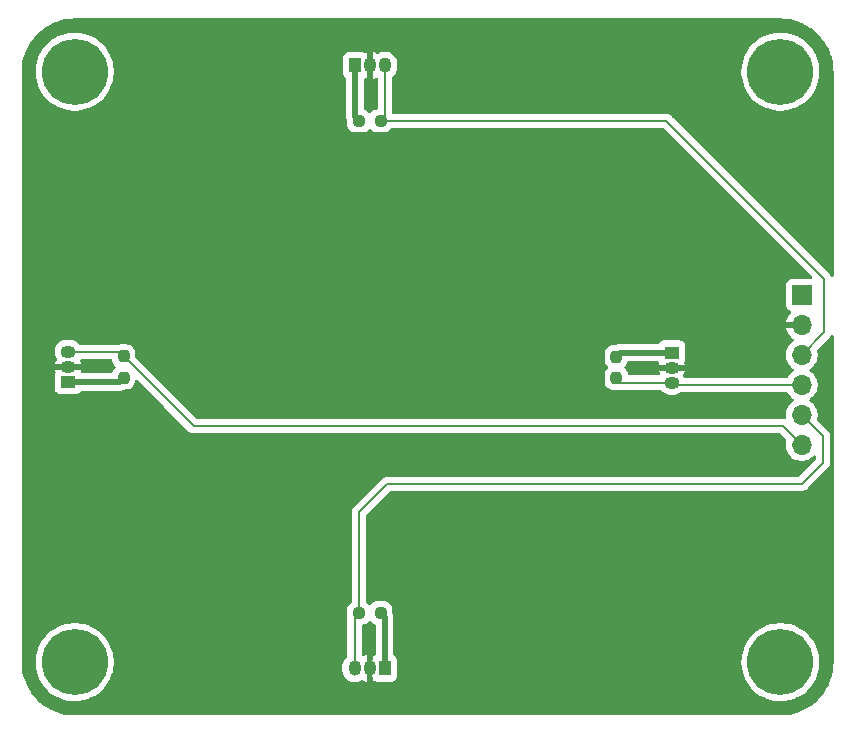
<source format=gbr>
%TF.GenerationSoftware,KiCad,Pcbnew,9.0.0*%
%TF.CreationDate,2025-06-04T23:47:33+02:00*%
%TF.ProjectId,uv_controler,75765f63-6f6e-4747-926f-6c65722e6b69,rev?*%
%TF.SameCoordinates,Original*%
%TF.FileFunction,Copper,L1,Top*%
%TF.FilePolarity,Positive*%
%FSLAX46Y46*%
G04 Gerber Fmt 4.6, Leading zero omitted, Abs format (unit mm)*
G04 Created by KiCad (PCBNEW 9.0.0) date 2025-06-04 23:47:33*
%MOMM*%
%LPD*%
G01*
G04 APERTURE LIST*
G04 Aperture macros list*
%AMRoundRect*
0 Rectangle with rounded corners*
0 $1 Rounding radius*
0 $2 $3 $4 $5 $6 $7 $8 $9 X,Y pos of 4 corners*
0 Add a 4 corners polygon primitive as box body*
4,1,4,$2,$3,$4,$5,$6,$7,$8,$9,$2,$3,0*
0 Add four circle primitives for the rounded corners*
1,1,$1+$1,$2,$3*
1,1,$1+$1,$4,$5*
1,1,$1+$1,$6,$7*
1,1,$1+$1,$8,$9*
0 Add four rect primitives between the rounded corners*
20,1,$1+$1,$2,$3,$4,$5,0*
20,1,$1+$1,$4,$5,$6,$7,0*
20,1,$1+$1,$6,$7,$8,$9,0*
20,1,$1+$1,$8,$9,$2,$3,0*%
G04 Aperture macros list end*
%TA.AperFunction,ComponentPad*%
%ADD10R,1.050000X1.300000*%
%TD*%
%TA.AperFunction,ComponentPad*%
%ADD11O,1.050000X1.300000*%
%TD*%
%TA.AperFunction,ComponentPad*%
%ADD12R,1.300000X1.050000*%
%TD*%
%TA.AperFunction,ComponentPad*%
%ADD13O,1.300000X1.050000*%
%TD*%
%TA.AperFunction,SMDPad,CuDef*%
%ADD14RoundRect,0.237500X-0.237500X0.250000X-0.237500X-0.250000X0.237500X-0.250000X0.237500X0.250000X0*%
%TD*%
%TA.AperFunction,ComponentPad*%
%ADD15R,1.700000X1.700000*%
%TD*%
%TA.AperFunction,ComponentPad*%
%ADD16O,1.700000X1.700000*%
%TD*%
%TA.AperFunction,ComponentPad*%
%ADD17C,5.600000*%
%TD*%
%TA.AperFunction,SMDPad,CuDef*%
%ADD18RoundRect,0.237500X0.237500X-0.250000X0.237500X0.250000X-0.237500X0.250000X-0.237500X-0.250000X0*%
%TD*%
%TA.AperFunction,SMDPad,CuDef*%
%ADD19RoundRect,0.237500X0.250000X0.237500X-0.250000X0.237500X-0.250000X-0.237500X0.250000X-0.237500X0*%
%TD*%
%TA.AperFunction,SMDPad,CuDef*%
%ADD20RoundRect,0.237500X-0.250000X-0.237500X0.250000X-0.237500X0.250000X0.237500X-0.250000X0.237500X0*%
%TD*%
%TA.AperFunction,Conductor*%
%ADD21C,0.200000*%
%TD*%
%TA.AperFunction,Conductor*%
%ADD22C,0.500000*%
%TD*%
G04 APERTURE END LIST*
D10*
%TO.P,U10,1,SUPPLY*%
%TO.N,+5VD*%
X54470534Y-61475000D03*
D11*
%TO.P,U10,2,GND*%
%TO.N,GND2*%
X55740534Y-61475000D03*
%TO.P,U10,3,OUTPUT*%
%TO.N,/JOY_FORWARD_D*%
X57010534Y-61475000D03*
%TD*%
D12*
%TO.P,U9,1,SUPPLY*%
%TO.N,+5VD*%
X81285534Y-85787500D03*
D13*
%TO.P,U9,2,GND*%
%TO.N,GND2*%
X81285534Y-87057500D03*
%TO.P,U9,3,OUTPUT*%
%TO.N,/JOY_RIGHT_D*%
X81285534Y-88327500D03*
%TD*%
D14*
%TO.P,R8,1*%
%TO.N,+5VD*%
X76585534Y-86125000D03*
%TO.P,R8,2*%
%TO.N,/JOY_RIGHT_D*%
X76585534Y-87950000D03*
%TD*%
D15*
%TO.P,J4,1,Pin_1*%
%TO.N,+5VD*%
X92300000Y-80900000D03*
D16*
%TO.P,J4,2,Pin_2*%
%TO.N,GND2*%
X92300000Y-83440000D03*
%TO.P,J4,3,Pin_3*%
%TO.N,/JOY_FORWARD_D*%
X92300000Y-85980000D03*
%TO.P,J4,4,Pin_4*%
%TO.N,/JOY_RIGHT_D*%
X92300000Y-88520000D03*
%TO.P,J4,5,Pin_5*%
%TO.N,/JOY_BACKWARD_D*%
X92300000Y-91060000D03*
%TO.P,J4,6,Pin_6*%
%TO.N,/JOY_LEFT_D*%
X92300000Y-93600000D03*
%TD*%
D17*
%TO.P,REF\u002A\u002A,1*%
%TO.N,N/C*%
X30735534Y-112000000D03*
%TD*%
D10*
%TO.P,U11,1,SUPPLY*%
%TO.N,+5VD*%
X56973034Y-112525000D03*
D11*
%TO.P,U11,2,GND*%
%TO.N,GND2*%
X55703034Y-112525000D03*
%TO.P,U11,3,OUTPUT*%
%TO.N,/JOY_BACKWARD_D*%
X54433034Y-112525000D03*
%TD*%
D18*
%TO.P,R11,1*%
%TO.N,+5VD*%
X34885534Y-87912500D03*
%TO.P,R11,2*%
%TO.N,/JOY_LEFT_D*%
X34885534Y-86087500D03*
%TD*%
D17*
%TO.P,REF\u002A\u002A,1*%
%TO.N,N/C*%
X90485534Y-112000000D03*
%TD*%
%TO.P,REF\u002A\u002A,1*%
%TO.N,N/C*%
X30735534Y-62000000D03*
%TD*%
D19*
%TO.P,R10,1*%
%TO.N,+5VD*%
X56635534Y-107825000D03*
%TO.P,R10,2*%
%TO.N,/JOY_BACKWARD_D*%
X54810534Y-107825000D03*
%TD*%
D12*
%TO.P,U12,1,SUPPLY*%
%TO.N,+5VD*%
X30185534Y-88250000D03*
D13*
%TO.P,U12,2,GND*%
%TO.N,GND2*%
X30185534Y-86980000D03*
%TO.P,U12,3,OUTPUT*%
%TO.N,/JOY_LEFT_D*%
X30185534Y-85710000D03*
%TD*%
D20*
%TO.P,R9,1*%
%TO.N,+5VD*%
X54808034Y-66175000D03*
%TO.P,R9,2*%
%TO.N,/JOY_FORWARD_D*%
X56633034Y-66175000D03*
%TD*%
D17*
%TO.P,REF\u002A\u002A,1*%
%TO.N,N/C*%
X90485534Y-62000000D03*
%TD*%
D21*
%TO.N,/JOY_BACKWARD_D*%
X54433034Y-112525000D02*
X54433034Y-108202500D01*
%TO.N,/JOY_RIGHT_D*%
X92300000Y-88520000D02*
X81478034Y-88520000D01*
%TO.N,/JOY_BACKWARD_D*%
X92300000Y-96900000D02*
X94100000Y-95100000D01*
%TO.N,/JOY_LEFT_D*%
X90700000Y-92000000D02*
X92300000Y-93600000D01*
%TO.N,/JOY_BACKWARD_D*%
X94100000Y-92860000D02*
X92300000Y-91060000D01*
%TO.N,/JOY_LEFT_D*%
X40798034Y-92000000D02*
X90700000Y-92000000D01*
X34885534Y-86087500D02*
X40798034Y-92000000D01*
X30185534Y-85710000D02*
X34508034Y-85710000D01*
X34508034Y-85710000D02*
X34885534Y-86087500D01*
%TO.N,/JOY_BACKWARD_D*%
X57200000Y-96900000D02*
X92300000Y-96900000D01*
%TO.N,/JOY_RIGHT_D*%
X81478034Y-88520000D02*
X81285534Y-88327500D01*
D22*
%TO.N,+5VD*%
X54470534Y-61475000D02*
X54470534Y-65837500D01*
D21*
%TO.N,/JOY_BACKWARD_D*%
X54433034Y-108202500D02*
X54810534Y-107825000D01*
%TO.N,/JOY_RIGHT_D*%
X76963034Y-88327500D02*
X76585534Y-87950000D01*
D22*
%TO.N,+5VD*%
X81285534Y-85787500D02*
X76923034Y-85787500D01*
X56635534Y-107825000D02*
X56973034Y-108162500D01*
X56973034Y-108162500D02*
X56973034Y-112525000D01*
X30185534Y-88250000D02*
X34548034Y-88250000D01*
X76923034Y-85787500D02*
X76585534Y-86125000D01*
D21*
%TO.N,/JOY_FORWARD_D*%
X57010534Y-61475000D02*
X57010534Y-65797500D01*
X94200000Y-79562466D02*
X94200000Y-84080000D01*
X94200000Y-84080000D02*
X92300000Y-85980000D01*
%TO.N,/JOY_RIGHT_D*%
X81285534Y-88327500D02*
X76963034Y-88327500D01*
%TO.N,/JOY_BACKWARD_D*%
X54810534Y-99289466D02*
X57200000Y-96900000D01*
D22*
%TO.N,+5VD*%
X54470534Y-65837500D02*
X54808034Y-66175000D01*
D21*
%TO.N,/JOY_FORWARD_D*%
X80812534Y-66175000D02*
X94200000Y-79562466D01*
X56633034Y-66175000D02*
X80812534Y-66175000D01*
D22*
%TO.N,+5VD*%
X34548034Y-88250000D02*
X34885534Y-87912500D01*
D21*
%TO.N,/JOY_BACKWARD_D*%
X94100000Y-95100000D02*
X94100000Y-92860000D01*
X54810534Y-107825000D02*
X54810534Y-99289466D01*
%TO.N,/JOY_FORWARD_D*%
X57010534Y-65797500D02*
X56633034Y-66175000D01*
%TD*%
%TA.AperFunction,Conductor*%
%TO.N,GND2*%
G36*
X90488233Y-57500618D02*
G01*
X90872295Y-57517388D01*
X90883037Y-57518328D01*
X91261497Y-57568156D01*
X91272124Y-57570029D01*
X91644802Y-57652652D01*
X91655240Y-57655449D01*
X92019288Y-57770235D01*
X92029438Y-57773930D01*
X92305332Y-57888211D01*
X92382091Y-57920006D01*
X92391895Y-57924578D01*
X92730474Y-58100833D01*
X92739815Y-58106226D01*
X93024808Y-58287788D01*
X93061751Y-58311324D01*
X93070608Y-58317525D01*
X93373431Y-58549891D01*
X93373442Y-58549899D01*
X93381729Y-58556853D01*
X93663146Y-58814726D01*
X93670795Y-58822375D01*
X93928671Y-59103800D01*
X93935624Y-59112087D01*
X94167982Y-59414904D01*
X94174187Y-59423765D01*
X94379280Y-59745698D01*
X94384688Y-59755066D01*
X94560933Y-60093631D01*
X94565502Y-60103428D01*
X94680560Y-60381204D01*
X94711576Y-60456082D01*
X94715275Y-60466245D01*
X94813296Y-60777128D01*
X94830057Y-60830285D01*
X94832857Y-60840735D01*
X94915472Y-61213391D01*
X94917350Y-61224044D01*
X94967171Y-61602474D01*
X94968114Y-61613249D01*
X94980595Y-61899119D01*
X94984916Y-61998067D01*
X94985034Y-62003476D01*
X94985034Y-79258410D01*
X94984173Y-79261339D01*
X94984894Y-79264308D01*
X94974390Y-79294657D01*
X94965349Y-79325449D01*
X94963042Y-79327447D01*
X94962043Y-79330335D01*
X94936797Y-79350188D01*
X94912545Y-79371204D01*
X94909523Y-79371638D01*
X94907122Y-79373527D01*
X94875155Y-79376580D01*
X94843387Y-79381148D01*
X94840609Y-79379879D01*
X94837569Y-79380170D01*
X94809029Y-79365457D01*
X94779831Y-79352123D01*
X94777361Y-79349132D01*
X94775466Y-79348155D01*
X94753648Y-79320412D01*
X94730639Y-79280561D01*
X94730637Y-79280558D01*
X94680520Y-79193750D01*
X94568716Y-79081946D01*
X94568715Y-79081945D01*
X94564385Y-79077615D01*
X94564374Y-79077605D01*
X81300124Y-65813355D01*
X81300122Y-65813352D01*
X81181251Y-65694481D01*
X81181250Y-65694480D01*
X81094438Y-65644360D01*
X81094438Y-65644359D01*
X81094434Y-65644358D01*
X81044319Y-65615423D01*
X80891591Y-65574499D01*
X80733477Y-65574499D01*
X80725881Y-65574499D01*
X80725865Y-65574500D01*
X57735034Y-65574500D01*
X57667995Y-65554815D01*
X57622240Y-65502011D01*
X57611034Y-65450500D01*
X57611034Y-62498397D01*
X57630719Y-62431358D01*
X57660249Y-62401295D01*
X57659537Y-62400428D01*
X57664246Y-62396562D01*
X57664245Y-62396562D01*
X57664252Y-62396558D01*
X57807092Y-62253718D01*
X57919320Y-62085756D01*
X57996625Y-61899127D01*
X58008813Y-61837857D01*
X87185034Y-61837857D01*
X87185034Y-62162143D01*
X87191962Y-62232483D01*
X87216818Y-62484857D01*
X87216821Y-62484874D01*
X87280079Y-62802902D01*
X87280082Y-62802913D01*
X87374220Y-63113247D01*
X87498320Y-63412849D01*
X87498322Y-63412854D01*
X87651180Y-63698830D01*
X87651191Y-63698848D01*
X87831345Y-63968467D01*
X87831355Y-63968481D01*
X88037080Y-64219158D01*
X88266375Y-64448453D01*
X88266380Y-64448457D01*
X88266381Y-64448458D01*
X88517058Y-64654183D01*
X88786692Y-64834347D01*
X88786701Y-64834352D01*
X88786703Y-64834353D01*
X89072679Y-64987211D01*
X89072681Y-64987211D01*
X89072687Y-64987215D01*
X89372288Y-65111314D01*
X89682611Y-65205449D01*
X89682617Y-65205450D01*
X89682620Y-65205451D01*
X89682631Y-65205454D01*
X89867436Y-65242213D01*
X90000666Y-65268714D01*
X90323391Y-65300500D01*
X90323394Y-65300500D01*
X90647674Y-65300500D01*
X90647677Y-65300500D01*
X90970402Y-65268714D01*
X91127829Y-65237399D01*
X91288436Y-65205454D01*
X91288447Y-65205451D01*
X91288447Y-65205450D01*
X91288457Y-65205449D01*
X91598780Y-65111314D01*
X91898381Y-64987215D01*
X92184376Y-64834347D01*
X92454010Y-64654183D01*
X92704687Y-64448458D01*
X92933992Y-64219153D01*
X93139717Y-63968476D01*
X93319881Y-63698842D01*
X93472749Y-63412847D01*
X93596848Y-63113246D01*
X93690983Y-62802923D01*
X93690985Y-62802913D01*
X93690988Y-62802902D01*
X93736305Y-62575073D01*
X93754248Y-62484868D01*
X93786034Y-62162143D01*
X93786034Y-61837857D01*
X93754248Y-61515132D01*
X93715245Y-61319050D01*
X93690988Y-61197097D01*
X93690985Y-61197086D01*
X93690984Y-61197083D01*
X93690983Y-61197077D01*
X93596848Y-60886754D01*
X93472749Y-60587153D01*
X93470353Y-60582671D01*
X93319887Y-60301169D01*
X93319886Y-60301167D01*
X93319881Y-60301158D01*
X93139717Y-60031524D01*
X92933992Y-59780847D01*
X92933991Y-59780846D01*
X92933987Y-59780841D01*
X92704692Y-59551546D01*
X92454015Y-59345821D01*
X92454014Y-59345820D01*
X92454010Y-59345817D01*
X92184376Y-59165653D01*
X92184371Y-59165650D01*
X92184364Y-59165646D01*
X91898388Y-59012788D01*
X91898383Y-59012786D01*
X91598781Y-58888686D01*
X91288447Y-58794548D01*
X91288436Y-58794545D01*
X90970408Y-58731287D01*
X90970391Y-58731284D01*
X90726346Y-58707248D01*
X90647677Y-58699500D01*
X90323391Y-58699500D01*
X90250633Y-58706666D01*
X90000676Y-58731284D01*
X90000659Y-58731287D01*
X89682631Y-58794545D01*
X89682620Y-58794548D01*
X89372286Y-58888686D01*
X89072684Y-59012786D01*
X89072679Y-59012788D01*
X88786703Y-59165646D01*
X88786685Y-59165657D01*
X88517066Y-59345811D01*
X88517052Y-59345821D01*
X88266375Y-59551546D01*
X88037080Y-59780841D01*
X87831355Y-60031518D01*
X87831345Y-60031532D01*
X87651191Y-60301151D01*
X87651180Y-60301169D01*
X87498322Y-60587145D01*
X87498320Y-60587150D01*
X87374220Y-60886752D01*
X87280082Y-61197086D01*
X87280079Y-61197097D01*
X87216821Y-61515125D01*
X87216818Y-61515142D01*
X87198094Y-61705255D01*
X87185034Y-61837857D01*
X58008813Y-61837857D01*
X58010494Y-61829404D01*
X58014230Y-61810622D01*
X58036033Y-61701007D01*
X58036034Y-61701004D01*
X58036034Y-61248996D01*
X58036033Y-61248992D01*
X58028105Y-61209134D01*
X57996625Y-61050873D01*
X57919320Y-60864244D01*
X57919318Y-60864241D01*
X57919316Y-60864237D01*
X57807092Y-60696281D01*
X57664252Y-60553441D01*
X57496296Y-60441217D01*
X57496286Y-60441212D01*
X57309661Y-60363909D01*
X57309653Y-60363907D01*
X57111541Y-60324500D01*
X57111537Y-60324500D01*
X56909531Y-60324500D01*
X56909526Y-60324500D01*
X56711414Y-60363907D01*
X56711406Y-60363909D01*
X56524777Y-60441214D01*
X56443973Y-60495204D01*
X56377295Y-60516081D01*
X56309916Y-60497595D01*
X56306193Y-60495203D01*
X56226060Y-60441659D01*
X56226047Y-60441652D01*
X56039518Y-60364390D01*
X56039511Y-60364388D01*
X55990534Y-60354645D01*
X55990534Y-61194670D01*
X55970789Y-61174925D01*
X55885279Y-61125556D01*
X55789904Y-61100000D01*
X55691164Y-61100000D01*
X55595789Y-61125556D01*
X55510279Y-61174925D01*
X55496033Y-61189170D01*
X55496033Y-60777128D01*
X55491244Y-60732577D01*
X55490534Y-60719324D01*
X55490534Y-60354646D01*
X55490533Y-60354645D01*
X55441556Y-60364388D01*
X55441549Y-60364390D01*
X55361197Y-60397673D01*
X55291727Y-60405142D01*
X55245811Y-60385154D01*
X55245648Y-60385454D01*
X55242300Y-60383626D01*
X55239433Y-60382377D01*
X55237865Y-60381204D01*
X55237864Y-60381203D01*
X55237862Y-60381202D01*
X55103016Y-60330908D01*
X55103017Y-60330908D01*
X55043417Y-60324501D01*
X55043415Y-60324500D01*
X55043407Y-60324500D01*
X55043398Y-60324500D01*
X53897663Y-60324500D01*
X53897657Y-60324501D01*
X53838050Y-60330908D01*
X53703205Y-60381202D01*
X53703198Y-60381206D01*
X53587989Y-60467452D01*
X53587986Y-60467455D01*
X53501740Y-60582664D01*
X53501736Y-60582671D01*
X53451442Y-60717517D01*
X53445035Y-60777116D01*
X53445035Y-60777123D01*
X53445034Y-60777135D01*
X53445034Y-62172870D01*
X53445035Y-62172876D01*
X53451442Y-62232483D01*
X53501736Y-62367328D01*
X53501740Y-62367335D01*
X53587986Y-62482544D01*
X53587987Y-62482545D01*
X53587988Y-62482546D01*
X53670345Y-62544198D01*
X53712216Y-62600131D01*
X53720034Y-62643464D01*
X53720034Y-65911418D01*
X53720034Y-65911420D01*
X53720033Y-65911420D01*
X53748874Y-66056407D01*
X53748876Y-66056413D01*
X53807781Y-66198622D01*
X53806919Y-66198978D01*
X53820034Y-66251339D01*
X53820034Y-66461668D01*
X53820035Y-66461687D01*
X53830359Y-66562752D01*
X53884626Y-66726515D01*
X53884627Y-66726518D01*
X53914840Y-66775500D01*
X53975194Y-66873350D01*
X54097184Y-66995340D01*
X54244018Y-67085908D01*
X54407781Y-67140174D01*
X54508857Y-67150500D01*
X55107210Y-67150499D01*
X55107218Y-67150498D01*
X55107221Y-67150498D01*
X55162564Y-67144844D01*
X55208287Y-67140174D01*
X55372050Y-67085908D01*
X55518884Y-66995340D01*
X55632853Y-66881371D01*
X55694176Y-66847886D01*
X55763868Y-66852870D01*
X55808215Y-66881371D01*
X55922184Y-66995340D01*
X56069018Y-67085908D01*
X56232781Y-67140174D01*
X56333857Y-67150500D01*
X56932210Y-67150499D01*
X56932218Y-67150498D01*
X56932221Y-67150498D01*
X56987564Y-67144844D01*
X57033287Y-67140174D01*
X57197050Y-67085908D01*
X57343884Y-66995340D01*
X57465874Y-66873350D01*
X57489896Y-66834404D01*
X57541844Y-66787679D01*
X57595435Y-66775500D01*
X80512437Y-66775500D01*
X80579476Y-66795185D01*
X80600118Y-66811819D01*
X93126118Y-79337819D01*
X93159603Y-79399142D01*
X93154619Y-79468834D01*
X93112747Y-79524767D01*
X93047283Y-79549184D01*
X93038437Y-79549500D01*
X91402129Y-79549500D01*
X91402123Y-79549501D01*
X91342516Y-79555908D01*
X91207671Y-79606202D01*
X91207664Y-79606206D01*
X91092455Y-79692452D01*
X91092452Y-79692455D01*
X91006206Y-79807664D01*
X91006202Y-79807671D01*
X90955908Y-79942517D01*
X90949501Y-80002116D01*
X90949500Y-80002135D01*
X90949500Y-81797870D01*
X90949501Y-81797876D01*
X90955908Y-81857483D01*
X91006202Y-81992328D01*
X91006206Y-81992335D01*
X91092452Y-82107544D01*
X91092455Y-82107547D01*
X91207664Y-82193793D01*
X91207671Y-82193797D01*
X91257889Y-82212527D01*
X91339598Y-82243002D01*
X91395531Y-82284873D01*
X91419949Y-82350337D01*
X91405098Y-82418610D01*
X91383947Y-82446865D01*
X91270271Y-82560541D01*
X91145379Y-82732442D01*
X91048904Y-82921782D01*
X90983242Y-83123870D01*
X90983242Y-83123873D01*
X90972769Y-83190000D01*
X91866988Y-83190000D01*
X91834075Y-83247007D01*
X91800000Y-83374174D01*
X91800000Y-83505826D01*
X91834075Y-83632993D01*
X91866988Y-83690000D01*
X90972769Y-83690000D01*
X90983242Y-83756126D01*
X90983242Y-83756129D01*
X91048904Y-83958217D01*
X91145379Y-84147557D01*
X91270272Y-84319459D01*
X91270276Y-84319464D01*
X91420535Y-84469723D01*
X91420540Y-84469727D01*
X91592444Y-84594622D01*
X91601495Y-84599234D01*
X91652292Y-84647208D01*
X91669087Y-84715029D01*
X91646550Y-84781164D01*
X91601499Y-84820202D01*
X91592182Y-84824949D01*
X91420213Y-84949890D01*
X91269890Y-85100213D01*
X91144951Y-85272179D01*
X91048444Y-85461585D01*
X90982753Y-85663760D01*
X90949500Y-85873713D01*
X90949500Y-86086286D01*
X90969690Y-86213764D01*
X90982754Y-86296243D01*
X91045336Y-86488851D01*
X91048444Y-86498414D01*
X91144951Y-86687820D01*
X91269890Y-86859786D01*
X91420213Y-87010109D01*
X91592182Y-87135050D01*
X91600946Y-87139516D01*
X91651742Y-87187491D01*
X91668536Y-87255312D01*
X91645998Y-87321447D01*
X91600946Y-87360484D01*
X91592182Y-87364949D01*
X91420213Y-87489890D01*
X91269890Y-87640213D01*
X91144948Y-87812184D01*
X91144947Y-87812185D01*
X91124765Y-87851795D01*
X91076791Y-87902591D01*
X91014281Y-87919500D01*
X82434382Y-87919500D01*
X82367343Y-87899815D01*
X82329823Y-87862158D01*
X82323978Y-87852990D01*
X82319320Y-87841744D01*
X82264590Y-87759835D01*
X82263872Y-87758708D01*
X82254512Y-87726395D01*
X82244451Y-87694264D01*
X82244817Y-87692927D01*
X82244432Y-87691597D01*
X82254031Y-87659339D01*
X82262935Y-87626884D01*
X82264341Y-87624696D01*
X82264361Y-87624630D01*
X82264412Y-87624586D01*
X82265330Y-87623158D01*
X82318878Y-87543018D01*
X82318880Y-87543015D01*
X82396143Y-87356483D01*
X82396146Y-87356474D01*
X82405887Y-87307500D01*
X81565864Y-87307500D01*
X81585609Y-87287755D01*
X81634978Y-87202245D01*
X81660534Y-87106870D01*
X81660534Y-87008130D01*
X81634978Y-86912755D01*
X81585609Y-86827245D01*
X81571363Y-86812999D01*
X81983406Y-86812999D01*
X82027957Y-86808209D01*
X82041209Y-86807500D01*
X82405887Y-86807500D01*
X82396145Y-86758525D01*
X82396143Y-86758517D01*
X82362860Y-86678164D01*
X82355391Y-86608695D01*
X82375378Y-86562782D01*
X82375078Y-86562618D01*
X82376915Y-86559252D01*
X82378161Y-86556392D01*
X82379330Y-86554831D01*
X82429625Y-86419983D01*
X82436034Y-86360373D01*
X82436033Y-85214628D01*
X82429625Y-85155017D01*
X82426756Y-85147326D01*
X82379331Y-85020171D01*
X82379327Y-85020164D01*
X82293081Y-84904955D01*
X82293078Y-84904952D01*
X82177869Y-84818706D01*
X82177862Y-84818702D01*
X82043016Y-84768408D01*
X82043017Y-84768408D01*
X81983417Y-84762001D01*
X81983415Y-84762000D01*
X81983407Y-84762000D01*
X81983398Y-84762000D01*
X80587663Y-84762000D01*
X80587657Y-84762001D01*
X80528050Y-84768408D01*
X80393205Y-84818702D01*
X80393198Y-84818706D01*
X80277990Y-84904952D01*
X80277989Y-84904953D01*
X80277988Y-84904954D01*
X80216336Y-84987311D01*
X80160402Y-85029182D01*
X80117069Y-85037000D01*
X76849114Y-85037000D01*
X76704126Y-85065840D01*
X76704120Y-85065842D01*
X76646245Y-85089815D01*
X76597937Y-85109825D01*
X76561912Y-85124747D01*
X76561555Y-85123887D01*
X76509194Y-85137000D01*
X76298865Y-85137000D01*
X76298846Y-85137001D01*
X76197781Y-85147325D01*
X76034018Y-85201592D01*
X76034015Y-85201593D01*
X75887182Y-85292161D01*
X75765195Y-85414148D01*
X75674627Y-85560981D01*
X75674625Y-85560986D01*
X75658716Y-85608997D01*
X75620360Y-85724747D01*
X75620360Y-85724748D01*
X75620359Y-85724748D01*
X75610034Y-85825815D01*
X75610034Y-86424169D01*
X75610035Y-86424187D01*
X75620359Y-86525252D01*
X75651354Y-86618786D01*
X75674626Y-86689016D01*
X75759886Y-86827245D01*
X75765195Y-86835851D01*
X75879163Y-86949819D01*
X75912648Y-87011142D01*
X75907664Y-87080834D01*
X75879163Y-87125181D01*
X75765195Y-87239148D01*
X75674627Y-87385981D01*
X75674625Y-87385986D01*
X75665175Y-87414505D01*
X75620360Y-87549747D01*
X75620360Y-87549748D01*
X75620359Y-87549748D01*
X75610034Y-87650815D01*
X75610034Y-88249169D01*
X75610035Y-88249187D01*
X75620359Y-88350252D01*
X75656643Y-88459749D01*
X75674626Y-88514016D01*
X75765194Y-88660850D01*
X75887184Y-88782840D01*
X76034018Y-88873408D01*
X76197781Y-88927674D01*
X76298857Y-88938000D01*
X76872210Y-88937999D01*
X76872218Y-88937998D01*
X76872221Y-88937998D01*
X76963801Y-88928643D01*
X76976400Y-88928001D01*
X77042092Y-88928001D01*
X77042095Y-88928000D01*
X77049702Y-88928000D01*
X80262137Y-88928000D01*
X80329176Y-88947685D01*
X80359245Y-88977220D01*
X80360112Y-88976510D01*
X80363978Y-88981221D01*
X80506815Y-89124058D01*
X80674771Y-89236282D01*
X80674775Y-89236284D01*
X80674778Y-89236286D01*
X80861407Y-89313591D01*
X81059526Y-89352999D01*
X81059530Y-89353000D01*
X81059531Y-89353000D01*
X81511538Y-89353000D01*
X81511539Y-89352999D01*
X81709661Y-89313591D01*
X81896290Y-89236286D01*
X82038301Y-89141398D01*
X82104979Y-89120520D01*
X82107192Y-89120500D01*
X91014281Y-89120500D01*
X91081320Y-89140185D01*
X91124765Y-89188205D01*
X91144947Y-89227814D01*
X91144948Y-89227815D01*
X91269890Y-89399786D01*
X91420213Y-89550109D01*
X91592182Y-89675050D01*
X91600946Y-89679516D01*
X91651742Y-89727491D01*
X91668536Y-89795312D01*
X91645998Y-89861447D01*
X91600946Y-89900484D01*
X91592182Y-89904949D01*
X91420213Y-90029890D01*
X91269890Y-90180213D01*
X91144951Y-90352179D01*
X91048444Y-90541585D01*
X90982753Y-90743760D01*
X90949500Y-90953713D01*
X90949500Y-91166286D01*
X90965758Y-91268937D01*
X90956803Y-91338231D01*
X90911807Y-91391683D01*
X90845055Y-91412322D01*
X90836375Y-91412142D01*
X90823574Y-91411427D01*
X90779057Y-91399499D01*
X90620943Y-91399499D01*
X90620939Y-91399500D01*
X41098132Y-91399500D01*
X41031093Y-91379815D01*
X41010451Y-91363181D01*
X35897352Y-86250082D01*
X35863867Y-86188759D01*
X35861033Y-86162401D01*
X35861033Y-85788330D01*
X35861032Y-85788313D01*
X35850708Y-85687247D01*
X35842924Y-85663757D01*
X35796442Y-85523484D01*
X35705874Y-85376650D01*
X35583884Y-85254660D01*
X35437050Y-85164092D01*
X35273287Y-85109826D01*
X35273285Y-85109825D01*
X35172212Y-85099500D01*
X34598864Y-85099500D01*
X34598846Y-85099501D01*
X34507267Y-85108857D01*
X34494668Y-85109499D01*
X34428977Y-85109499D01*
X34428973Y-85109499D01*
X34421367Y-85109500D01*
X34421366Y-85109499D01*
X34421365Y-85109500D01*
X31208931Y-85109500D01*
X31141892Y-85089815D01*
X31111822Y-85060279D01*
X31110956Y-85060990D01*
X31107089Y-85056278D01*
X30964252Y-84913441D01*
X30796296Y-84801217D01*
X30796286Y-84801212D01*
X30609661Y-84723909D01*
X30609653Y-84723907D01*
X30411541Y-84684500D01*
X30411537Y-84684500D01*
X29959531Y-84684500D01*
X29959526Y-84684500D01*
X29761414Y-84723907D01*
X29761406Y-84723909D01*
X29574781Y-84801212D01*
X29574771Y-84801217D01*
X29406815Y-84913441D01*
X29263975Y-85056281D01*
X29151751Y-85224237D01*
X29151746Y-85224247D01*
X29074443Y-85410872D01*
X29074441Y-85410880D01*
X29035034Y-85608992D01*
X29035034Y-85811007D01*
X29074441Y-86009119D01*
X29074443Y-86009127D01*
X29151746Y-86195754D01*
X29205738Y-86276558D01*
X29226615Y-86343235D01*
X29208130Y-86410615D01*
X29205738Y-86414337D01*
X29152189Y-86494479D01*
X29152188Y-86494481D01*
X29074924Y-86681016D01*
X29074921Y-86681025D01*
X29065181Y-86730000D01*
X29905204Y-86730000D01*
X29885459Y-86749745D01*
X29836090Y-86835255D01*
X29810534Y-86930630D01*
X29810534Y-87029370D01*
X29836090Y-87124745D01*
X29885459Y-87210255D01*
X29899704Y-87224500D01*
X29487663Y-87224500D01*
X29487659Y-87224501D01*
X29455111Y-87228000D01*
X29443110Y-87229290D01*
X29429859Y-87230000D01*
X29065181Y-87230000D01*
X29074921Y-87278974D01*
X29074924Y-87278983D01*
X29108207Y-87359335D01*
X29115676Y-87428804D01*
X29095690Y-87474723D01*
X29095988Y-87474886D01*
X29094170Y-87478213D01*
X29092919Y-87481090D01*
X29091740Y-87482664D01*
X29091736Y-87482671D01*
X29041442Y-87617517D01*
X29035035Y-87677116D01*
X29035034Y-87677135D01*
X29035034Y-88822870D01*
X29035035Y-88822876D01*
X29041442Y-88882483D01*
X29091736Y-89017328D01*
X29091740Y-89017335D01*
X29177986Y-89132544D01*
X29177989Y-89132547D01*
X29293198Y-89218793D01*
X29293205Y-89218797D01*
X29428051Y-89269091D01*
X29428050Y-89269091D01*
X29434978Y-89269835D01*
X29487661Y-89275500D01*
X30883406Y-89275499D01*
X30943017Y-89269091D01*
X31077865Y-89218796D01*
X31193080Y-89132546D01*
X31254733Y-89050188D01*
X31310666Y-89008318D01*
X31353999Y-89000500D01*
X34621954Y-89000500D01*
X34719496Y-88981096D01*
X34766947Y-88971658D01*
X34848205Y-88938000D01*
X34909158Y-88912753D01*
X34909515Y-88913615D01*
X34961876Y-88900499D01*
X35172204Y-88900499D01*
X35172210Y-88900499D01*
X35273287Y-88890174D01*
X35437050Y-88835908D01*
X35583884Y-88745340D01*
X35705874Y-88623350D01*
X35796442Y-88476516D01*
X35850708Y-88312753D01*
X35861034Y-88211677D01*
X35861033Y-88211631D01*
X35861036Y-88211623D01*
X35861194Y-88208529D01*
X35861354Y-88208537D01*
X35861355Y-88208536D01*
X35861378Y-88208538D01*
X35861932Y-88208566D01*
X35880697Y-88144590D01*
X35933487Y-88098819D01*
X36002642Y-88088854D01*
X36066207Y-88117859D01*
X36072714Y-88123916D01*
X38300977Y-90352179D01*
X40429318Y-92480520D01*
X40429320Y-92480521D01*
X40429324Y-92480524D01*
X40447965Y-92491286D01*
X40566250Y-92559577D01*
X40718977Y-92600501D01*
X40718979Y-92600501D01*
X40884688Y-92600501D01*
X40884704Y-92600500D01*
X90399903Y-92600500D01*
X90466942Y-92620185D01*
X90487584Y-92636819D01*
X90966241Y-93115476D01*
X90999726Y-93176799D01*
X90996492Y-93241473D01*
X90982753Y-93283757D01*
X90949500Y-93493713D01*
X90949500Y-93706286D01*
X90982753Y-93916239D01*
X91048444Y-94118414D01*
X91144951Y-94307820D01*
X91269890Y-94479786D01*
X91420213Y-94630109D01*
X91592179Y-94755048D01*
X91592181Y-94755049D01*
X91592184Y-94755051D01*
X91781588Y-94851557D01*
X91983757Y-94917246D01*
X92193713Y-94950500D01*
X92193714Y-94950500D01*
X92406286Y-94950500D01*
X92406287Y-94950500D01*
X92616243Y-94917246D01*
X92818412Y-94851557D01*
X93007816Y-94755051D01*
X93029789Y-94739086D01*
X93179786Y-94630109D01*
X93179788Y-94630106D01*
X93179792Y-94630104D01*
X93287819Y-94522077D01*
X93307255Y-94511464D01*
X93323989Y-94496964D01*
X93337320Y-94495047D01*
X93349142Y-94488592D01*
X93371228Y-94490171D01*
X93393147Y-94487020D01*
X93405398Y-94492615D01*
X93418834Y-94493576D01*
X93436560Y-94506846D01*
X93456703Y-94516045D01*
X93463985Y-94527376D01*
X93474767Y-94535448D01*
X93482504Y-94556193D01*
X93494477Y-94574823D01*
X93497628Y-94596741D01*
X93499184Y-94600912D01*
X93499500Y-94609758D01*
X93499500Y-94799903D01*
X93479815Y-94866942D01*
X93463181Y-94887584D01*
X92087584Y-96263181D01*
X92026261Y-96296666D01*
X91999903Y-96299500D01*
X57279057Y-96299500D01*
X57120942Y-96299500D01*
X56968215Y-96340423D01*
X56968214Y-96340423D01*
X56968212Y-96340424D01*
X56968209Y-96340425D01*
X56918096Y-96369359D01*
X56918095Y-96369360D01*
X56874689Y-96394420D01*
X56831285Y-96419479D01*
X56831282Y-96419481D01*
X54330015Y-98920748D01*
X54330013Y-98920751D01*
X54279895Y-99007560D01*
X54279893Y-99007562D01*
X54250959Y-99057675D01*
X54250958Y-99057676D01*
X54250957Y-99057681D01*
X54210033Y-99210409D01*
X54210033Y-99210411D01*
X54210033Y-99378512D01*
X54210034Y-99378525D01*
X54210034Y-106867388D01*
X54190349Y-106934427D01*
X54151132Y-106972926D01*
X54099684Y-107004659D01*
X53977695Y-107126648D01*
X53887127Y-107273481D01*
X53887126Y-107273484D01*
X53832860Y-107437247D01*
X53832860Y-107437248D01*
X53832859Y-107437248D01*
X53822534Y-107538315D01*
X53822534Y-108111669D01*
X53822535Y-108111687D01*
X53831891Y-108203266D01*
X53832533Y-108215865D01*
X53832533Y-108281557D01*
X53832533Y-108281559D01*
X53832534Y-108291553D01*
X53832534Y-111501603D01*
X53812849Y-111568642D01*
X53783313Y-111598711D01*
X53784024Y-111599578D01*
X53779312Y-111603444D01*
X53636475Y-111746281D01*
X53524251Y-111914237D01*
X53524246Y-111914247D01*
X53446943Y-112100872D01*
X53446941Y-112100880D01*
X53407534Y-112298992D01*
X53407534Y-112751007D01*
X53446941Y-112949119D01*
X53446943Y-112949127D01*
X53524246Y-113135752D01*
X53524251Y-113135762D01*
X53636475Y-113303718D01*
X53779315Y-113446558D01*
X53947271Y-113558782D01*
X53947275Y-113558784D01*
X53947278Y-113558786D01*
X54133907Y-113636091D01*
X54299811Y-113669091D01*
X54332026Y-113675499D01*
X54332030Y-113675500D01*
X54332031Y-113675500D01*
X54534038Y-113675500D01*
X54534039Y-113675499D01*
X54732161Y-113636091D01*
X54918790Y-113558786D01*
X54999596Y-113504792D01*
X55066268Y-113483917D01*
X55133648Y-113502401D01*
X55137374Y-113504795D01*
X55217513Y-113558343D01*
X55217520Y-113558347D01*
X55404050Y-113635609D01*
X55404059Y-113635612D01*
X55453034Y-113645353D01*
X55453034Y-112805330D01*
X55472779Y-112825075D01*
X55558289Y-112874444D01*
X55653664Y-112900000D01*
X55752404Y-112900000D01*
X55847779Y-112874444D01*
X55933289Y-112825075D01*
X55947535Y-112810829D01*
X55947535Y-113222874D01*
X55952324Y-113267421D01*
X55953034Y-113280675D01*
X55953034Y-113645352D01*
X56002008Y-113635611D01*
X56002012Y-113635610D01*
X56082367Y-113602326D01*
X56151836Y-113594857D01*
X56197759Y-113614845D01*
X56197922Y-113614547D01*
X56201254Y-113616366D01*
X56204129Y-113617618D01*
X56205702Y-113618795D01*
X56205704Y-113618797D01*
X56340551Y-113669091D01*
X56340550Y-113669091D01*
X56347478Y-113669835D01*
X56400161Y-113675500D01*
X57545906Y-113675499D01*
X57605517Y-113669091D01*
X57740365Y-113618796D01*
X57855580Y-113532546D01*
X57941830Y-113417331D01*
X57992125Y-113282483D01*
X57998534Y-113222873D01*
X57998533Y-111837857D01*
X87185034Y-111837857D01*
X87185034Y-112162143D01*
X87194587Y-112259134D01*
X87216818Y-112484857D01*
X87216821Y-112484874D01*
X87280079Y-112802902D01*
X87280082Y-112802913D01*
X87374220Y-113113247D01*
X87498320Y-113412849D01*
X87498322Y-113412854D01*
X87651180Y-113698830D01*
X87651191Y-113698848D01*
X87831345Y-113968467D01*
X87831355Y-113968481D01*
X88037080Y-114219158D01*
X88266375Y-114448453D01*
X88266380Y-114448457D01*
X88266381Y-114448458D01*
X88517058Y-114654183D01*
X88786692Y-114834347D01*
X88786701Y-114834352D01*
X88786703Y-114834353D01*
X89072679Y-114987211D01*
X89072681Y-114987211D01*
X89072687Y-114987215D01*
X89372288Y-115111314D01*
X89682611Y-115205449D01*
X89682617Y-115205450D01*
X89682620Y-115205451D01*
X89682631Y-115205454D01*
X89882062Y-115245122D01*
X90000666Y-115268714D01*
X90323391Y-115300500D01*
X90323394Y-115300500D01*
X90647674Y-115300500D01*
X90647677Y-115300500D01*
X90970402Y-115268714D01*
X91127829Y-115237399D01*
X91288436Y-115205454D01*
X91288447Y-115205451D01*
X91288447Y-115205450D01*
X91288457Y-115205449D01*
X91598780Y-115111314D01*
X91898381Y-114987215D01*
X92184376Y-114834347D01*
X92454010Y-114654183D01*
X92704687Y-114448458D01*
X92933992Y-114219153D01*
X93139717Y-113968476D01*
X93319881Y-113698842D01*
X93472749Y-113412847D01*
X93596848Y-113113246D01*
X93690983Y-112802923D01*
X93690985Y-112802913D01*
X93690988Y-112802902D01*
X93746265Y-112525000D01*
X93754248Y-112484868D01*
X93786034Y-112162143D01*
X93786034Y-111837857D01*
X93754248Y-111515132D01*
X93722701Y-111356534D01*
X93690988Y-111197097D01*
X93690985Y-111197086D01*
X93690984Y-111197083D01*
X93690983Y-111197077D01*
X93596848Y-110886754D01*
X93472749Y-110587153D01*
X93319881Y-110301158D01*
X93139717Y-110031524D01*
X92933992Y-109780847D01*
X92933991Y-109780846D01*
X92933987Y-109780841D01*
X92704692Y-109551546D01*
X92454015Y-109345821D01*
X92454014Y-109345820D01*
X92454010Y-109345817D01*
X92184376Y-109165653D01*
X92184371Y-109165650D01*
X92184364Y-109165646D01*
X91898388Y-109012788D01*
X91898383Y-109012786D01*
X91598781Y-108888686D01*
X91288447Y-108794548D01*
X91288436Y-108794545D01*
X90970408Y-108731287D01*
X90970391Y-108731284D01*
X90726346Y-108707248D01*
X90647677Y-108699500D01*
X90323391Y-108699500D01*
X90250633Y-108706666D01*
X90000676Y-108731284D01*
X90000659Y-108731287D01*
X89682631Y-108794545D01*
X89682620Y-108794548D01*
X89372286Y-108888686D01*
X89072684Y-109012786D01*
X89072679Y-109012788D01*
X88786703Y-109165646D01*
X88786685Y-109165657D01*
X88517066Y-109345811D01*
X88517052Y-109345821D01*
X88266375Y-109551546D01*
X88037080Y-109780841D01*
X87831355Y-110031518D01*
X87831345Y-110031532D01*
X87651191Y-110301151D01*
X87651180Y-110301169D01*
X87498322Y-110587145D01*
X87498320Y-110587150D01*
X87374220Y-110886752D01*
X87280082Y-111197086D01*
X87280079Y-111197097D01*
X87216821Y-111515125D01*
X87216818Y-111515142D01*
X87194053Y-111746282D01*
X87185034Y-111837857D01*
X57998533Y-111837857D01*
X57998533Y-111827128D01*
X57992125Y-111767517D01*
X57984204Y-111746281D01*
X57941831Y-111632671D01*
X57941827Y-111632664D01*
X57855581Y-111517455D01*
X57852491Y-111515142D01*
X57822461Y-111492661D01*
X57773222Y-111455800D01*
X57731352Y-111399866D01*
X57723534Y-111356534D01*
X57723534Y-108088579D01*
X57694693Y-107943592D01*
X57694692Y-107943591D01*
X57694692Y-107943587D01*
X57694690Y-107943582D01*
X57635787Y-107801376D01*
X57636647Y-107801019D01*
X57623533Y-107748657D01*
X57623533Y-107538330D01*
X57623532Y-107538313D01*
X57613208Y-107437247D01*
X57558942Y-107273484D01*
X57468374Y-107126650D01*
X57346384Y-107004660D01*
X57199550Y-106914092D01*
X57035787Y-106859826D01*
X57035785Y-106859825D01*
X56934712Y-106849500D01*
X56336364Y-106849500D01*
X56336346Y-106849501D01*
X56235281Y-106859825D01*
X56071518Y-106914092D01*
X56071515Y-106914093D01*
X55924682Y-107004661D01*
X55810715Y-107118629D01*
X55806596Y-107120877D01*
X55804050Y-107124823D01*
X55776213Y-107137468D01*
X55749392Y-107152114D01*
X55744710Y-107151779D01*
X55740436Y-107153721D01*
X55710191Y-107149310D01*
X55679700Y-107147130D01*
X55674652Y-107144128D01*
X55671298Y-107143639D01*
X55656404Y-107133276D01*
X55641645Y-107124499D01*
X55638398Y-107121674D01*
X55521384Y-107004660D01*
X55461302Y-106967601D01*
X55453645Y-106960939D01*
X55440063Y-106939713D01*
X55423212Y-106920978D01*
X55420533Y-106909191D01*
X55415987Y-106902086D01*
X55416012Y-106889296D01*
X55411034Y-106867388D01*
X55411034Y-99589563D01*
X55430719Y-99522524D01*
X55447353Y-99501882D01*
X57412416Y-97536819D01*
X57473739Y-97503334D01*
X57500097Y-97500500D01*
X92213331Y-97500500D01*
X92213347Y-97500501D01*
X92220943Y-97500501D01*
X92379054Y-97500501D01*
X92379057Y-97500501D01*
X92531785Y-97459577D01*
X92581904Y-97430639D01*
X92668716Y-97380520D01*
X92780520Y-97268716D01*
X92780520Y-97268714D01*
X92790728Y-97258507D01*
X92790730Y-97258504D01*
X94458506Y-95590728D01*
X94458511Y-95590724D01*
X94468714Y-95580520D01*
X94468716Y-95580520D01*
X94580520Y-95468716D01*
X94659577Y-95331784D01*
X94700500Y-95179057D01*
X94700500Y-92780943D01*
X94659577Y-92628216D01*
X94619948Y-92559576D01*
X94580524Y-92491290D01*
X94580521Y-92491286D01*
X94580520Y-92491284D01*
X94468716Y-92379480D01*
X94468715Y-92379479D01*
X94464385Y-92375149D01*
X94464374Y-92375139D01*
X93633757Y-91544522D01*
X93600272Y-91483199D01*
X93603507Y-91418523D01*
X93617246Y-91376243D01*
X93650500Y-91166287D01*
X93650500Y-90953713D01*
X93617246Y-90743757D01*
X93551557Y-90541588D01*
X93455051Y-90352184D01*
X93455049Y-90352181D01*
X93455048Y-90352179D01*
X93330109Y-90180213D01*
X93179786Y-90029890D01*
X93007820Y-89904951D01*
X93007115Y-89904591D01*
X92999054Y-89900485D01*
X92948259Y-89852512D01*
X92931463Y-89784692D01*
X92953999Y-89718556D01*
X92999054Y-89679515D01*
X93007816Y-89675051D01*
X93029789Y-89659086D01*
X93179786Y-89550109D01*
X93179788Y-89550106D01*
X93179792Y-89550104D01*
X93330104Y-89399792D01*
X93330106Y-89399788D01*
X93330109Y-89399786D01*
X93439086Y-89249789D01*
X93455051Y-89227816D01*
X93551557Y-89038412D01*
X93617246Y-88836243D01*
X93650500Y-88626287D01*
X93650500Y-88413713D01*
X93617246Y-88203757D01*
X93551557Y-88001588D01*
X93455051Y-87812184D01*
X93455049Y-87812181D01*
X93455048Y-87812179D01*
X93330109Y-87640213D01*
X93179786Y-87489890D01*
X93007820Y-87364951D01*
X93007115Y-87364591D01*
X92999054Y-87360485D01*
X92948259Y-87312512D01*
X92931463Y-87244692D01*
X92953999Y-87178556D01*
X92999054Y-87139515D01*
X93007816Y-87135051D01*
X93084056Y-87079660D01*
X93179786Y-87010109D01*
X93179788Y-87010106D01*
X93179792Y-87010104D01*
X93330104Y-86859792D01*
X93330106Y-86859788D01*
X93330109Y-86859786D01*
X93455048Y-86687820D01*
X93455047Y-86687820D01*
X93455051Y-86687816D01*
X93551557Y-86498412D01*
X93617246Y-86296243D01*
X93650500Y-86086287D01*
X93650500Y-85873713D01*
X93617246Y-85663757D01*
X93603506Y-85621473D01*
X93601512Y-85551635D01*
X93633755Y-85495478D01*
X94680520Y-84448716D01*
X94753647Y-84322054D01*
X94804213Y-84273840D01*
X94872820Y-84260616D01*
X94937685Y-84286584D01*
X94978214Y-84343498D01*
X94985034Y-84384055D01*
X94985034Y-111997293D01*
X94984916Y-112002702D01*
X94968148Y-112386753D01*
X94967205Y-112397529D01*
X94917384Y-112775958D01*
X94915506Y-112786612D01*
X94832887Y-113159279D01*
X94830087Y-113169727D01*
X94715309Y-113533760D01*
X94711609Y-113543926D01*
X94565536Y-113896579D01*
X94560964Y-113906383D01*
X94384718Y-114244950D01*
X94379310Y-114254318D01*
X94174215Y-114576254D01*
X94168010Y-114585115D01*
X93935650Y-114887934D01*
X93928697Y-114896221D01*
X93670819Y-115177648D01*
X93663170Y-115185297D01*
X93381745Y-115443178D01*
X93373464Y-115450126D01*
X93232859Y-115558018D01*
X93070640Y-115682494D01*
X93061779Y-115688698D01*
X92739849Y-115893793D01*
X92730480Y-115899202D01*
X92391913Y-116075449D01*
X92382110Y-116080021D01*
X92029454Y-116226099D01*
X92019288Y-116229799D01*
X91655254Y-116344580D01*
X91644805Y-116347380D01*
X91272143Y-116430000D01*
X91261490Y-116431878D01*
X90883058Y-116481702D01*
X90872282Y-116482645D01*
X90489012Y-116499382D01*
X90483602Y-116499500D01*
X30738240Y-116499500D01*
X30732831Y-116499382D01*
X30348781Y-116482614D01*
X30338007Y-116481671D01*
X30148789Y-116456760D01*
X29959574Y-116431850D01*
X29948924Y-116429972D01*
X29576258Y-116347354D01*
X29565811Y-116344555D01*
X29201777Y-116229776D01*
X29191611Y-116226076D01*
X28838959Y-116080003D01*
X28829155Y-116075431D01*
X28716911Y-116017001D01*
X28490574Y-115899177D01*
X28481218Y-115893776D01*
X28159312Y-115688698D01*
X28159295Y-115688687D01*
X28150434Y-115682483D01*
X27847608Y-115450117D01*
X27839321Y-115443164D01*
X27648942Y-115268714D01*
X27557883Y-115185274D01*
X27550246Y-115177636D01*
X27292374Y-114896218D01*
X27285420Y-114887931D01*
X27053048Y-114585098D01*
X27046844Y-114576237D01*
X27033539Y-114555353D01*
X26841751Y-114254306D01*
X26836358Y-114244966D01*
X26660097Y-113906371D01*
X26655528Y-113896573D01*
X26573627Y-113698848D01*
X26509453Y-113543918D01*
X26505754Y-113533755D01*
X26390970Y-113169705D01*
X26388177Y-113159279D01*
X26305555Y-112786598D01*
X26303682Y-112775971D01*
X26253856Y-112397506D01*
X26252916Y-112386771D01*
X26236152Y-112002793D01*
X26236034Y-111997384D01*
X26236034Y-111837857D01*
X27435034Y-111837857D01*
X27435034Y-112162143D01*
X27444587Y-112259134D01*
X27466818Y-112484857D01*
X27466821Y-112484874D01*
X27530079Y-112802902D01*
X27530082Y-112802913D01*
X27624220Y-113113247D01*
X27748320Y-113412849D01*
X27748322Y-113412854D01*
X27901180Y-113698830D01*
X27901191Y-113698848D01*
X28081345Y-113968467D01*
X28081355Y-113968481D01*
X28287080Y-114219158D01*
X28516375Y-114448453D01*
X28516380Y-114448457D01*
X28516381Y-114448458D01*
X28767058Y-114654183D01*
X29036692Y-114834347D01*
X29036701Y-114834352D01*
X29036703Y-114834353D01*
X29322679Y-114987211D01*
X29322681Y-114987211D01*
X29322687Y-114987215D01*
X29622288Y-115111314D01*
X29932611Y-115205449D01*
X29932617Y-115205450D01*
X29932620Y-115205451D01*
X29932631Y-115205454D01*
X30132062Y-115245122D01*
X30250666Y-115268714D01*
X30573391Y-115300500D01*
X30573394Y-115300500D01*
X30897674Y-115300500D01*
X30897677Y-115300500D01*
X31220402Y-115268714D01*
X31377829Y-115237399D01*
X31538436Y-115205454D01*
X31538447Y-115205451D01*
X31538447Y-115205450D01*
X31538457Y-115205449D01*
X31848780Y-115111314D01*
X32148381Y-114987215D01*
X32434376Y-114834347D01*
X32704010Y-114654183D01*
X32954687Y-114448458D01*
X33183992Y-114219153D01*
X33389717Y-113968476D01*
X33569881Y-113698842D01*
X33722749Y-113412847D01*
X33846848Y-113113246D01*
X33940983Y-112802923D01*
X33940985Y-112802913D01*
X33940988Y-112802902D01*
X33996265Y-112525000D01*
X34004248Y-112484868D01*
X34036034Y-112162143D01*
X34036034Y-111837857D01*
X34004248Y-111515132D01*
X33972701Y-111356534D01*
X33940988Y-111197097D01*
X33940985Y-111197086D01*
X33940984Y-111197083D01*
X33940983Y-111197077D01*
X33846848Y-110886754D01*
X33722749Y-110587153D01*
X33569881Y-110301158D01*
X33389717Y-110031524D01*
X33183992Y-109780847D01*
X33183991Y-109780846D01*
X33183987Y-109780841D01*
X32954692Y-109551546D01*
X32704015Y-109345821D01*
X32704014Y-109345820D01*
X32704010Y-109345817D01*
X32434376Y-109165653D01*
X32434371Y-109165650D01*
X32434364Y-109165646D01*
X32148388Y-109012788D01*
X32148383Y-109012786D01*
X31848781Y-108888686D01*
X31538447Y-108794548D01*
X31538436Y-108794545D01*
X31220408Y-108731287D01*
X31220391Y-108731284D01*
X30976346Y-108707248D01*
X30897677Y-108699500D01*
X30573391Y-108699500D01*
X30500633Y-108706666D01*
X30250676Y-108731284D01*
X30250659Y-108731287D01*
X29932631Y-108794545D01*
X29932620Y-108794548D01*
X29622286Y-108888686D01*
X29322684Y-109012786D01*
X29322679Y-109012788D01*
X29036703Y-109165646D01*
X29036685Y-109165657D01*
X28767066Y-109345811D01*
X28767052Y-109345821D01*
X28516375Y-109551546D01*
X28287080Y-109780841D01*
X28081355Y-110031518D01*
X28081345Y-110031532D01*
X27901191Y-110301151D01*
X27901180Y-110301169D01*
X27748322Y-110587145D01*
X27748320Y-110587150D01*
X27624220Y-110886752D01*
X27530082Y-111197086D01*
X27530079Y-111197097D01*
X27466821Y-111515125D01*
X27466818Y-111515142D01*
X27444053Y-111746282D01*
X27435034Y-111837857D01*
X26236034Y-111837857D01*
X26236034Y-62002706D01*
X26236152Y-61997297D01*
X26240438Y-61899127D01*
X26243113Y-61837857D01*
X27435034Y-61837857D01*
X27435034Y-62162143D01*
X27441962Y-62232483D01*
X27466818Y-62484857D01*
X27466821Y-62484874D01*
X27530079Y-62802902D01*
X27530082Y-62802913D01*
X27624220Y-63113247D01*
X27748320Y-63412849D01*
X27748322Y-63412854D01*
X27901180Y-63698830D01*
X27901191Y-63698848D01*
X28081345Y-63968467D01*
X28081355Y-63968481D01*
X28287080Y-64219158D01*
X28516375Y-64448453D01*
X28516380Y-64448457D01*
X28516381Y-64448458D01*
X28767058Y-64654183D01*
X29036692Y-64834347D01*
X29036701Y-64834352D01*
X29036703Y-64834353D01*
X29322679Y-64987211D01*
X29322681Y-64987211D01*
X29322687Y-64987215D01*
X29622288Y-65111314D01*
X29932611Y-65205449D01*
X29932617Y-65205450D01*
X29932620Y-65205451D01*
X29932631Y-65205454D01*
X30117436Y-65242213D01*
X30250666Y-65268714D01*
X30573391Y-65300500D01*
X30573394Y-65300500D01*
X30897674Y-65300500D01*
X30897677Y-65300500D01*
X31220402Y-65268714D01*
X31377829Y-65237399D01*
X31538436Y-65205454D01*
X31538447Y-65205451D01*
X31538447Y-65205450D01*
X31538457Y-65205449D01*
X31848780Y-65111314D01*
X32148381Y-64987215D01*
X32434376Y-64834347D01*
X32704010Y-64654183D01*
X32954687Y-64448458D01*
X33183992Y-64219153D01*
X33389717Y-63968476D01*
X33569881Y-63698842D01*
X33722749Y-63412847D01*
X33846848Y-63113246D01*
X33940983Y-62802923D01*
X33940985Y-62802913D01*
X33940988Y-62802902D01*
X33986305Y-62575073D01*
X34004248Y-62484868D01*
X34036034Y-62162143D01*
X34036034Y-61837857D01*
X34004248Y-61515132D01*
X33965245Y-61319050D01*
X33940988Y-61197097D01*
X33940985Y-61197086D01*
X33940984Y-61197083D01*
X33940983Y-61197077D01*
X33846848Y-60886754D01*
X33722749Y-60587153D01*
X33720353Y-60582671D01*
X33569887Y-60301169D01*
X33569886Y-60301167D01*
X33569881Y-60301158D01*
X33389717Y-60031524D01*
X33183992Y-59780847D01*
X33183991Y-59780846D01*
X33183987Y-59780841D01*
X32954692Y-59551546D01*
X32704015Y-59345821D01*
X32704014Y-59345820D01*
X32704010Y-59345817D01*
X32434376Y-59165653D01*
X32434371Y-59165650D01*
X32434364Y-59165646D01*
X32148388Y-59012788D01*
X32148383Y-59012786D01*
X31848781Y-58888686D01*
X31538447Y-58794548D01*
X31538436Y-58794545D01*
X31220408Y-58731287D01*
X31220391Y-58731284D01*
X30976346Y-58707248D01*
X30897677Y-58699500D01*
X30573391Y-58699500D01*
X30500633Y-58706666D01*
X30250676Y-58731284D01*
X30250659Y-58731287D01*
X29932631Y-58794545D01*
X29932620Y-58794548D01*
X29622286Y-58888686D01*
X29322684Y-59012786D01*
X29322679Y-59012788D01*
X29036703Y-59165646D01*
X29036685Y-59165657D01*
X28767066Y-59345811D01*
X28767052Y-59345821D01*
X28516375Y-59551546D01*
X28287080Y-59780841D01*
X28081355Y-60031518D01*
X28081345Y-60031532D01*
X27901191Y-60301151D01*
X27901180Y-60301169D01*
X27748322Y-60587145D01*
X27748320Y-60587150D01*
X27624220Y-60886752D01*
X27530082Y-61197086D01*
X27530079Y-61197097D01*
X27466821Y-61515125D01*
X27466818Y-61515142D01*
X27448094Y-61705255D01*
X27435034Y-61837857D01*
X26243113Y-61837857D01*
X26252920Y-61613226D01*
X26253860Y-61602495D01*
X26303686Y-61224025D01*
X26305562Y-61213391D01*
X26388183Y-60840709D01*
X26390974Y-60830295D01*
X26505763Y-60466228D01*
X26509451Y-60456096D01*
X26655537Y-60103413D01*
X26660100Y-60093631D01*
X26836356Y-59755046D01*
X26841751Y-59745701D01*
X27046859Y-59423745D01*
X27053051Y-59414904D01*
X27285441Y-59112047D01*
X27292346Y-59103816D01*
X27550270Y-58822343D01*
X27557889Y-58814726D01*
X27839325Y-58556836D01*
X27847594Y-58549898D01*
X28150439Y-58317517D01*
X28159278Y-58311327D01*
X28481234Y-58106219D01*
X28490579Y-58100824D01*
X28829172Y-57924564D01*
X28838946Y-57920006D01*
X29191629Y-57773920D01*
X29201761Y-57770233D01*
X29565829Y-57655443D01*
X29576238Y-57652653D01*
X29948947Y-57570026D01*
X29959554Y-57568156D01*
X30338027Y-57518330D01*
X30348759Y-57517390D01*
X30732931Y-57500617D01*
X30738323Y-57500500D01*
X30801426Y-57500500D01*
X90419638Y-57500500D01*
X90482824Y-57500500D01*
X90488233Y-57500618D01*
G37*
%TD.AperFunction*%
%TA.AperFunction,Conductor*%
G36*
X55766368Y-108502870D02*
G01*
X55810715Y-108531371D01*
X55924684Y-108645340D01*
X56071518Y-108735908D01*
X56137538Y-108757785D01*
X56194982Y-108797556D01*
X56221806Y-108862072D01*
X56222534Y-108875490D01*
X56222534Y-111320152D01*
X56202849Y-111387191D01*
X56150045Y-111432946D01*
X56080887Y-111442890D01*
X56051082Y-111434713D01*
X56002018Y-111414390D01*
X56002011Y-111414388D01*
X55953034Y-111404645D01*
X55953034Y-111769329D01*
X55952323Y-111782584D01*
X55947534Y-111827127D01*
X55947534Y-112239170D01*
X55933289Y-112224925D01*
X55847779Y-112175556D01*
X55752404Y-112150000D01*
X55653664Y-112150000D01*
X55558289Y-112175556D01*
X55472779Y-112224925D01*
X55453034Y-112244670D01*
X55453034Y-111404646D01*
X55453033Y-111404645D01*
X55404056Y-111414388D01*
X55404049Y-111414390D01*
X55217512Y-111491656D01*
X55215980Y-111492475D01*
X55215086Y-111492661D01*
X55211885Y-111493987D01*
X55211633Y-111493379D01*
X55147576Y-111506713D01*
X55082334Y-111481708D01*
X55040967Y-111425400D01*
X55033534Y-111383113D01*
X55033534Y-108920259D01*
X55053219Y-108853220D01*
X55106023Y-108807465D01*
X55144933Y-108796901D01*
X55167938Y-108794551D01*
X55210787Y-108790174D01*
X55374550Y-108735908D01*
X55521384Y-108645340D01*
X55635353Y-108531371D01*
X55696676Y-108497886D01*
X55766368Y-108502870D01*
G37*
%TD.AperFunction*%
%TA.AperFunction,Conductor*%
G36*
X80147726Y-86557685D02*
G01*
X80193481Y-86610489D01*
X80203425Y-86679647D01*
X80195248Y-86709453D01*
X80174923Y-86758520D01*
X80174921Y-86758525D01*
X80165181Y-86807500D01*
X80529863Y-86807500D01*
X80543118Y-86808210D01*
X80587661Y-86813000D01*
X80999704Y-86812999D01*
X80985459Y-86827245D01*
X80936090Y-86912755D01*
X80910534Y-87008130D01*
X80910534Y-87106870D01*
X80936090Y-87202245D01*
X80985459Y-87287755D01*
X81005204Y-87307500D01*
X80165181Y-87307500D01*
X80174921Y-87356474D01*
X80174924Y-87356483D01*
X80252190Y-87543021D01*
X80253009Y-87544554D01*
X80253195Y-87545447D01*
X80254521Y-87548649D01*
X80253913Y-87548900D01*
X80267247Y-87612958D01*
X80242242Y-87678200D01*
X80185934Y-87719567D01*
X80143647Y-87727000D01*
X77680793Y-87727000D01*
X77613754Y-87707315D01*
X77567999Y-87654511D01*
X77557435Y-87615601D01*
X77550708Y-87549747D01*
X77548477Y-87543015D01*
X77496442Y-87385984D01*
X77405874Y-87239150D01*
X77291905Y-87125181D01*
X77258420Y-87063858D01*
X77263404Y-86994166D01*
X77291905Y-86949819D01*
X77329405Y-86912319D01*
X77405874Y-86835850D01*
X77496442Y-86689016D01*
X77518319Y-86622994D01*
X77558092Y-86565551D01*
X77622608Y-86538728D01*
X77636025Y-86538000D01*
X80080687Y-86538000D01*
X80147726Y-86557685D01*
G37*
%TD.AperFunction*%
%TA.AperFunction,Conductor*%
G36*
X33857314Y-86330185D02*
G01*
X33903069Y-86382989D01*
X33913633Y-86421899D01*
X33920359Y-86487752D01*
X33945168Y-86562618D01*
X33960436Y-86608695D01*
X33974626Y-86651515D01*
X33974627Y-86651518D01*
X34065195Y-86798351D01*
X34179163Y-86912319D01*
X34212648Y-86973642D01*
X34207664Y-87043334D01*
X34179163Y-87087681D01*
X34065195Y-87201648D01*
X33974627Y-87348481D01*
X33974626Y-87348484D01*
X33952749Y-87414505D01*
X33912976Y-87471949D01*
X33848460Y-87498772D01*
X33835043Y-87499500D01*
X31390381Y-87499500D01*
X31323342Y-87479815D01*
X31277587Y-87427011D01*
X31267643Y-87357853D01*
X31275820Y-87328047D01*
X31296143Y-87278982D01*
X31296145Y-87278974D01*
X31305887Y-87230000D01*
X30941205Y-87230000D01*
X30927949Y-87229289D01*
X30883415Y-87224500D01*
X30471364Y-87224500D01*
X30485609Y-87210255D01*
X30534978Y-87124745D01*
X30560534Y-87029370D01*
X30560534Y-86930630D01*
X30534978Y-86835255D01*
X30485609Y-86749745D01*
X30465864Y-86730000D01*
X31305887Y-86730000D01*
X31296146Y-86681025D01*
X31296143Y-86681016D01*
X31218877Y-86494478D01*
X31218059Y-86492946D01*
X31217872Y-86492052D01*
X31216547Y-86488851D01*
X31217154Y-86488599D01*
X31203821Y-86424542D01*
X31228826Y-86359300D01*
X31285134Y-86317933D01*
X31327421Y-86310500D01*
X33790275Y-86310500D01*
X33857314Y-86330185D01*
G37*
%TD.AperFunction*%
%TA.AperFunction,Conductor*%
G36*
X55990534Y-62595352D02*
G01*
X56039508Y-62585612D01*
X56039517Y-62585609D01*
X56226040Y-62508350D01*
X56227563Y-62507536D01*
X56228454Y-62507350D01*
X56231683Y-62506013D01*
X56231936Y-62506624D01*
X56295964Y-62493283D01*
X56361212Y-62518273D01*
X56402591Y-62574572D01*
X56410034Y-62616885D01*
X56410034Y-65079740D01*
X56390349Y-65146779D01*
X56337545Y-65192534D01*
X56298637Y-65203098D01*
X56232780Y-65209826D01*
X56069018Y-65264092D01*
X56069015Y-65264093D01*
X55922182Y-65354661D01*
X55808215Y-65468629D01*
X55746892Y-65502114D01*
X55677200Y-65497130D01*
X55632853Y-65468629D01*
X55518885Y-65354661D01*
X55518884Y-65354660D01*
X55372050Y-65264092D01*
X55372048Y-65264091D01*
X55372046Y-65264090D01*
X55372047Y-65264090D01*
X55306028Y-65242213D01*
X55248584Y-65202440D01*
X55221762Y-65137924D01*
X55221034Y-65124508D01*
X55221034Y-62679847D01*
X55240719Y-62612808D01*
X55293523Y-62567053D01*
X55362681Y-62557109D01*
X55392487Y-62565286D01*
X55441551Y-62585609D01*
X55441559Y-62585611D01*
X55490534Y-62595353D01*
X55490534Y-62230671D01*
X55491245Y-62217415D01*
X55496033Y-62172881D01*
X55496034Y-62172873D01*
X55496033Y-61760829D01*
X55510279Y-61775075D01*
X55595789Y-61824444D01*
X55691164Y-61850000D01*
X55789904Y-61850000D01*
X55885279Y-61824444D01*
X55970789Y-61775075D01*
X55990534Y-61755330D01*
X55990534Y-62595352D01*
G37*
%TD.AperFunction*%
%TD*%
M02*

</source>
